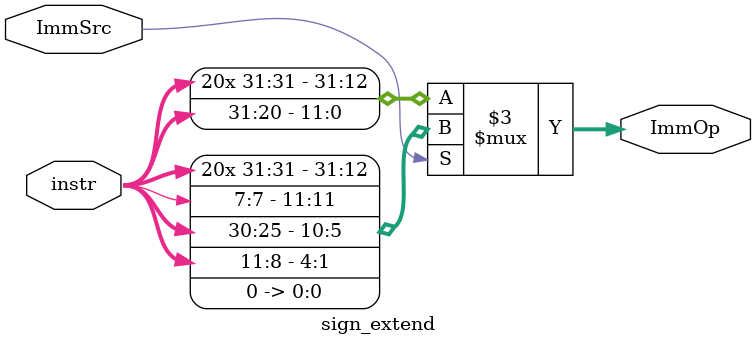
<source format=sv>
module sign_extend(
    input  logic [31:0] instr,  // 32-bit instruction word
    input  logic        ImmSrc, // Flag to tell this module which isntruction type is being executed (and hence which bits in instr form the immediate)
    output logic [31:0] ImmOp   // Immediate operand - is the sign extended output of this module
);

always_comb begin
    if (ImmSrc) // executing bne
        ImmOp = { {20{instr[31]}} , instr[7], instr[30:25] , instr[11:8], {1'b0} }; // sign extend 10-bit immediate value to give 32-bit output; bne's immediate value is used as an offset for the PC (so can be negative or positive, so needs to be sign extended) 
    else        // executing addi
        ImmOp = { {20{instr[31]}} , instr[31:20] }; // sign extend 12-bit immediate value to give 32-bit output
end

endmodule
// verilator lint_on UNUSED

// NOTE ON `Verilator lint_on/off UNUSED` - we would receive a warning if compiling without these lines#
// the warning was that we had unused bits
// the warning links to this page: https://verilator.org/guide/latest/warnings.html#cmdoption-arg-UNUSED
// on the same page, it is said (here: https://verilator.org/guide/latest/warnings.html#disabling-warnings) to add these comments to disable the warning

</source>
